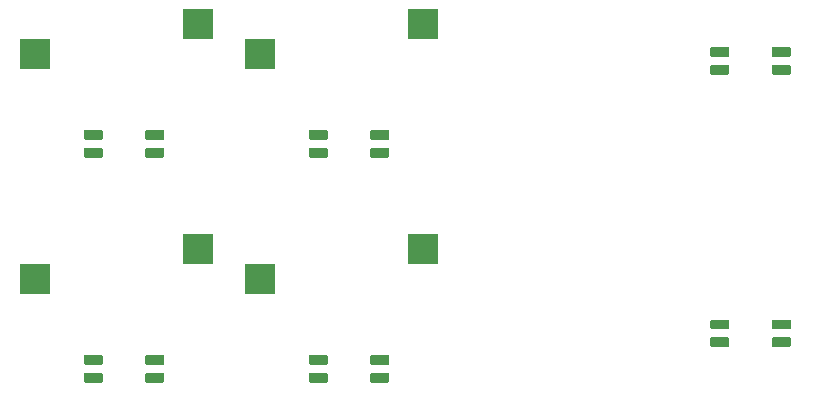
<source format=gbp>
%TF.GenerationSoftware,KiCad,Pcbnew,(5.1.9)-1*%
%TF.CreationDate,2021-11-30T13:31:35+01:00*%
%TF.ProjectId,Little_Big_Scroll,4c697474-6c65-45f4-9269-675f5363726f,v1.0*%
%TF.SameCoordinates,Original*%
%TF.FileFunction,Paste,Bot*%
%TF.FilePolarity,Positive*%
%FSLAX46Y46*%
G04 Gerber Fmt 4.6, Leading zero omitted, Abs format (unit mm)*
G04 Created by KiCad (PCBNEW (5.1.9)-1) date 2021-11-30 13:31:35*
%MOMM*%
%LPD*%
G01*
G04 APERTURE LIST*
%ADD10R,2.550000X2.500000*%
G04 APERTURE END LIST*
D10*
X177820000Y-118540000D03*
X191670000Y-116000000D03*
X158770000Y-118540000D03*
X172620000Y-116000000D03*
X177820000Y-99490000D03*
X191670000Y-96950000D03*
X158770000Y-99490000D03*
X172620000Y-96950000D03*
G36*
G01*
X221262000Y-123499999D02*
X222698000Y-123499999D01*
G75*
G02*
X222780000Y-123581999I0J-82000D01*
G01*
X222780000Y-124237999D01*
G75*
G02*
X222698000Y-124319999I-82000J0D01*
G01*
X221262000Y-124319999D01*
G75*
G02*
X221180000Y-124237999I0J82000D01*
G01*
X221180000Y-123581999D01*
G75*
G02*
X221262000Y-123499999I82000J0D01*
G01*
G37*
G36*
G01*
X221262000Y-121999999D02*
X222698000Y-121999999D01*
G75*
G02*
X222780000Y-122081999I0J-82000D01*
G01*
X222780000Y-122737999D01*
G75*
G02*
X222698000Y-122819999I-82000J0D01*
G01*
X221262000Y-122819999D01*
G75*
G02*
X221180000Y-122737999I0J82000D01*
G01*
X221180000Y-122081999D01*
G75*
G02*
X221262000Y-121999999I82000J0D01*
G01*
G37*
G36*
G01*
X216062000Y-123499999D02*
X217498000Y-123499999D01*
G75*
G02*
X217580000Y-123581999I0J-82000D01*
G01*
X217580000Y-124237999D01*
G75*
G02*
X217498000Y-124319999I-82000J0D01*
G01*
X216062000Y-124319999D01*
G75*
G02*
X215980000Y-124237999I0J82000D01*
G01*
X215980000Y-123581999D01*
G75*
G02*
X216062000Y-123499999I82000J0D01*
G01*
G37*
G36*
G01*
X216062000Y-121999999D02*
X217498000Y-121999999D01*
G75*
G02*
X217580000Y-122081999I0J-82000D01*
G01*
X217580000Y-122737999D01*
G75*
G02*
X217498000Y-122819999I-82000J0D01*
G01*
X216062000Y-122819999D01*
G75*
G02*
X215980000Y-122737999I0J82000D01*
G01*
X215980000Y-122081999D01*
G75*
G02*
X216062000Y-121999999I82000J0D01*
G01*
G37*
G36*
G01*
X221262000Y-100424999D02*
X222698000Y-100424999D01*
G75*
G02*
X222780000Y-100506999I0J-82000D01*
G01*
X222780000Y-101162999D01*
G75*
G02*
X222698000Y-101244999I-82000J0D01*
G01*
X221262000Y-101244999D01*
G75*
G02*
X221180000Y-101162999I0J82000D01*
G01*
X221180000Y-100506999D01*
G75*
G02*
X221262000Y-100424999I82000J0D01*
G01*
G37*
G36*
G01*
X221262000Y-98924999D02*
X222698000Y-98924999D01*
G75*
G02*
X222780000Y-99006999I0J-82000D01*
G01*
X222780000Y-99662999D01*
G75*
G02*
X222698000Y-99744999I-82000J0D01*
G01*
X221262000Y-99744999D01*
G75*
G02*
X221180000Y-99662999I0J82000D01*
G01*
X221180000Y-99006999D01*
G75*
G02*
X221262000Y-98924999I82000J0D01*
G01*
G37*
G36*
G01*
X216062000Y-100424999D02*
X217498000Y-100424999D01*
G75*
G02*
X217580000Y-100506999I0J-82000D01*
G01*
X217580000Y-101162999D01*
G75*
G02*
X217498000Y-101244999I-82000J0D01*
G01*
X216062000Y-101244999D01*
G75*
G02*
X215980000Y-101162999I0J82000D01*
G01*
X215980000Y-100506999D01*
G75*
G02*
X216062000Y-100424999I82000J0D01*
G01*
G37*
G36*
G01*
X216062000Y-98924999D02*
X217498000Y-98924999D01*
G75*
G02*
X217580000Y-99006999I0J-82000D01*
G01*
X217580000Y-99662999D01*
G75*
G02*
X217498000Y-99744999I-82000J0D01*
G01*
X216062000Y-99744999D01*
G75*
G02*
X215980000Y-99662999I0J82000D01*
G01*
X215980000Y-99006999D01*
G75*
G02*
X216062000Y-98924999I82000J0D01*
G01*
G37*
G36*
G01*
X187262000Y-126499999D02*
X188698000Y-126499999D01*
G75*
G02*
X188780000Y-126581999I0J-82000D01*
G01*
X188780000Y-127237999D01*
G75*
G02*
X188698000Y-127319999I-82000J0D01*
G01*
X187262000Y-127319999D01*
G75*
G02*
X187180000Y-127237999I0J82000D01*
G01*
X187180000Y-126581999D01*
G75*
G02*
X187262000Y-126499999I82000J0D01*
G01*
G37*
G36*
G01*
X187262000Y-124999999D02*
X188698000Y-124999999D01*
G75*
G02*
X188780000Y-125081999I0J-82000D01*
G01*
X188780000Y-125737999D01*
G75*
G02*
X188698000Y-125819999I-82000J0D01*
G01*
X187262000Y-125819999D01*
G75*
G02*
X187180000Y-125737999I0J82000D01*
G01*
X187180000Y-125081999D01*
G75*
G02*
X187262000Y-124999999I82000J0D01*
G01*
G37*
G36*
G01*
X182062000Y-126499999D02*
X183498000Y-126499999D01*
G75*
G02*
X183580000Y-126581999I0J-82000D01*
G01*
X183580000Y-127237999D01*
G75*
G02*
X183498000Y-127319999I-82000J0D01*
G01*
X182062000Y-127319999D01*
G75*
G02*
X181980000Y-127237999I0J82000D01*
G01*
X181980000Y-126581999D01*
G75*
G02*
X182062000Y-126499999I82000J0D01*
G01*
G37*
G36*
G01*
X182062000Y-124999999D02*
X183498000Y-124999999D01*
G75*
G02*
X183580000Y-125081999I0J-82000D01*
G01*
X183580000Y-125737999D01*
G75*
G02*
X183498000Y-125819999I-82000J0D01*
G01*
X182062000Y-125819999D01*
G75*
G02*
X181980000Y-125737999I0J82000D01*
G01*
X181980000Y-125081999D01*
G75*
G02*
X182062000Y-124999999I82000J0D01*
G01*
G37*
G36*
G01*
X168212000Y-126499999D02*
X169648000Y-126499999D01*
G75*
G02*
X169730000Y-126581999I0J-82000D01*
G01*
X169730000Y-127237999D01*
G75*
G02*
X169648000Y-127319999I-82000J0D01*
G01*
X168212000Y-127319999D01*
G75*
G02*
X168130000Y-127237999I0J82000D01*
G01*
X168130000Y-126581999D01*
G75*
G02*
X168212000Y-126499999I82000J0D01*
G01*
G37*
G36*
G01*
X168212000Y-124999999D02*
X169648000Y-124999999D01*
G75*
G02*
X169730000Y-125081999I0J-82000D01*
G01*
X169730000Y-125737999D01*
G75*
G02*
X169648000Y-125819999I-82000J0D01*
G01*
X168212000Y-125819999D01*
G75*
G02*
X168130000Y-125737999I0J82000D01*
G01*
X168130000Y-125081999D01*
G75*
G02*
X168212000Y-124999999I82000J0D01*
G01*
G37*
G36*
G01*
X163012000Y-126499999D02*
X164448000Y-126499999D01*
G75*
G02*
X164530000Y-126581999I0J-82000D01*
G01*
X164530000Y-127237999D01*
G75*
G02*
X164448000Y-127319999I-82000J0D01*
G01*
X163012000Y-127319999D01*
G75*
G02*
X162930000Y-127237999I0J82000D01*
G01*
X162930000Y-126581999D01*
G75*
G02*
X163012000Y-126499999I82000J0D01*
G01*
G37*
G36*
G01*
X163012000Y-124999999D02*
X164448000Y-124999999D01*
G75*
G02*
X164530000Y-125081999I0J-82000D01*
G01*
X164530000Y-125737999D01*
G75*
G02*
X164448000Y-125819999I-82000J0D01*
G01*
X163012000Y-125819999D01*
G75*
G02*
X162930000Y-125737999I0J82000D01*
G01*
X162930000Y-125081999D01*
G75*
G02*
X163012000Y-124999999I82000J0D01*
G01*
G37*
G36*
G01*
X168212000Y-107449999D02*
X169648000Y-107449999D01*
G75*
G02*
X169730000Y-107531999I0J-82000D01*
G01*
X169730000Y-108187999D01*
G75*
G02*
X169648000Y-108269999I-82000J0D01*
G01*
X168212000Y-108269999D01*
G75*
G02*
X168130000Y-108187999I0J82000D01*
G01*
X168130000Y-107531999D01*
G75*
G02*
X168212000Y-107449999I82000J0D01*
G01*
G37*
G36*
G01*
X168212000Y-105949999D02*
X169648000Y-105949999D01*
G75*
G02*
X169730000Y-106031999I0J-82000D01*
G01*
X169730000Y-106687999D01*
G75*
G02*
X169648000Y-106769999I-82000J0D01*
G01*
X168212000Y-106769999D01*
G75*
G02*
X168130000Y-106687999I0J82000D01*
G01*
X168130000Y-106031999D01*
G75*
G02*
X168212000Y-105949999I82000J0D01*
G01*
G37*
G36*
G01*
X163012000Y-107449999D02*
X164448000Y-107449999D01*
G75*
G02*
X164530000Y-107531999I0J-82000D01*
G01*
X164530000Y-108187999D01*
G75*
G02*
X164448000Y-108269999I-82000J0D01*
G01*
X163012000Y-108269999D01*
G75*
G02*
X162930000Y-108187999I0J82000D01*
G01*
X162930000Y-107531999D01*
G75*
G02*
X163012000Y-107449999I82000J0D01*
G01*
G37*
G36*
G01*
X163012000Y-105949999D02*
X164448000Y-105949999D01*
G75*
G02*
X164530000Y-106031999I0J-82000D01*
G01*
X164530000Y-106687999D01*
G75*
G02*
X164448000Y-106769999I-82000J0D01*
G01*
X163012000Y-106769999D01*
G75*
G02*
X162930000Y-106687999I0J82000D01*
G01*
X162930000Y-106031999D01*
G75*
G02*
X163012000Y-105949999I82000J0D01*
G01*
G37*
G36*
G01*
X187262000Y-107449999D02*
X188698000Y-107449999D01*
G75*
G02*
X188780000Y-107531999I0J-82000D01*
G01*
X188780000Y-108187999D01*
G75*
G02*
X188698000Y-108269999I-82000J0D01*
G01*
X187262000Y-108269999D01*
G75*
G02*
X187180000Y-108187999I0J82000D01*
G01*
X187180000Y-107531999D01*
G75*
G02*
X187262000Y-107449999I82000J0D01*
G01*
G37*
G36*
G01*
X187262000Y-105949999D02*
X188698000Y-105949999D01*
G75*
G02*
X188780000Y-106031999I0J-82000D01*
G01*
X188780000Y-106687999D01*
G75*
G02*
X188698000Y-106769999I-82000J0D01*
G01*
X187262000Y-106769999D01*
G75*
G02*
X187180000Y-106687999I0J82000D01*
G01*
X187180000Y-106031999D01*
G75*
G02*
X187262000Y-105949999I82000J0D01*
G01*
G37*
G36*
G01*
X182062000Y-107449999D02*
X183498000Y-107449999D01*
G75*
G02*
X183580000Y-107531999I0J-82000D01*
G01*
X183580000Y-108187999D01*
G75*
G02*
X183498000Y-108269999I-82000J0D01*
G01*
X182062000Y-108269999D01*
G75*
G02*
X181980000Y-108187999I0J82000D01*
G01*
X181980000Y-107531999D01*
G75*
G02*
X182062000Y-107449999I82000J0D01*
G01*
G37*
G36*
G01*
X182062000Y-105949999D02*
X183498000Y-105949999D01*
G75*
G02*
X183580000Y-106031999I0J-82000D01*
G01*
X183580000Y-106687999D01*
G75*
G02*
X183498000Y-106769999I-82000J0D01*
G01*
X182062000Y-106769999D01*
G75*
G02*
X181980000Y-106687999I0J82000D01*
G01*
X181980000Y-106031999D01*
G75*
G02*
X182062000Y-105949999I82000J0D01*
G01*
G37*
M02*

</source>
